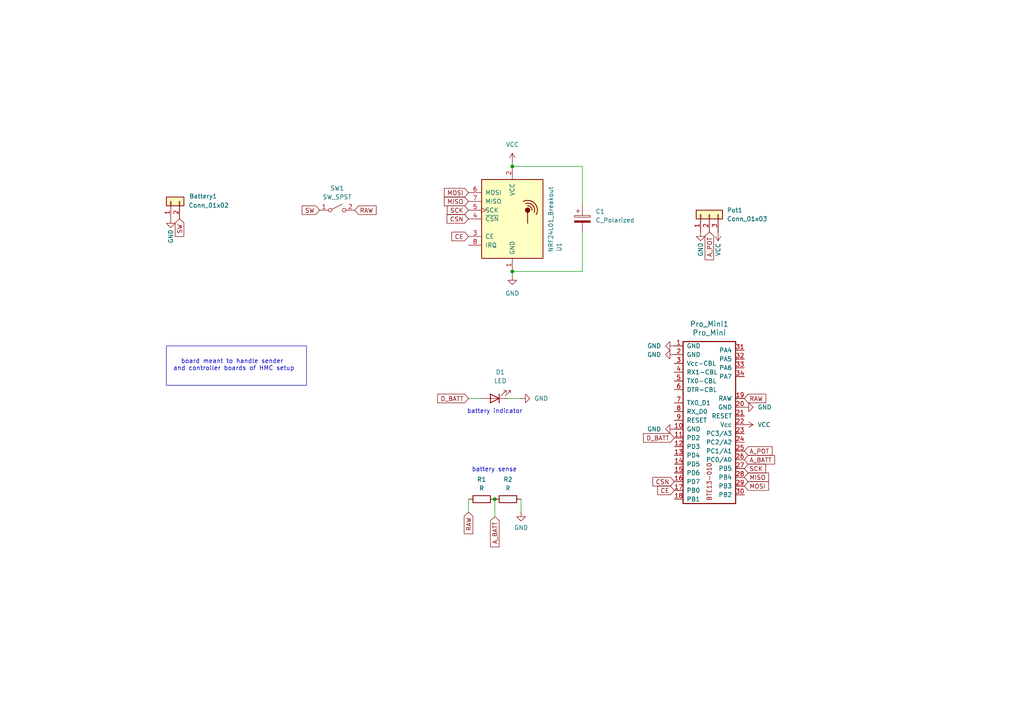
<source format=kicad_sch>
(kicad_sch (version 20231120) (generator "eeschema") (generator_version "8.0")
  (paper "A4")
  (lib_symbols
    (symbol "Connector_Generic:Conn_01x02" (pin_names (offset 1.016) hide)
      (property "Reference" "J" (at 0 2.54 0))
      (property "Value" "Conn_01x02" (at 0 -5.08 0))
      (symbol "Conn_01x02_1_1"
        (rectangle (start -1.27 -2.413) (end 0 -2.667) (stroke (width 0.1524)))
        (rectangle (start -1.27 0.127) (end 0 -0.127) (stroke (width 0.1524)))
        (rectangle (start -1.27 1.27) (end 1.27 -3.81) (stroke (width 0.254)) (fill (type background)))
        (pin passive line (at -5.08 0 0) (length 3.81) (name "Pin_1") (number "1"))
        (pin passive line (at -5.08 -2.54 0) (length 3.81) (name "Pin_2") (number "2"))
      )
    )
    (symbol "Connector_Generic:Conn_01x03" (pin_names (offset 1.016) hide)
      (property "Reference" "J" (at 0 5.08 0))
      (property "Value" "Conn_01x03" (at 0 -5.08 0))
      (symbol "Conn_01x03_1_1"
        (rectangle (start -1.27 -2.413) (end 0 -2.667) (stroke (width 0.1524)))
        (rectangle (start -1.27 0.127) (end 0 -0.127) (stroke (width 0.1524)))
        (rectangle (start -1.27 2.667) (end 0 2.413) (stroke (width 0.1524)))
        (rectangle (start -1.27 3.81) (end 1.27 -3.81) (stroke (width 0.254)) (fill (type background)))
        (pin passive line (at -5.08 2.54 0) (length 3.81) (name "Pin_1") (number "1"))
        (pin passive line (at -5.08 0 0) (length 3.81) (name "Pin_2") (number "2"))
        (pin passive line (at -5.08 -2.54 0) (length 3.81) (name "Pin_3") (number "3"))
      )
    )
    (symbol "Device:C_Polarized" (pin_numbers hide) (pin_names (offset 0.254))
      (property "Reference" "C" (at 0.635 2.54 0))
      (property "Value" "C_Polarized" (at 0.635 -2.54 0))
      (symbol "C_Polarized_0_1"
        (rectangle (start -2.286 0.508) (end 2.286 1.016))
        (polyline (pts (xy -1.778 2.286) (xy -0.762 2.286)))
        (polyline (pts (xy -1.27 2.794) (xy -1.27 1.778)))
        (rectangle (start 2.286 -0.508) (end -2.286 -1.016) (fill (type outline)))
      )
      (symbol "C_Polarized_1_1"
        (pin passive line (at 0 3.81 270) (length 2.794) (name "~") (number "1"))
        (pin passive line (at 0 -3.81 90) (length 2.794) (name "~") (number "2"))
      )
    )
    (symbol "Device:LED" (pin_numbers hide) (pin_names (offset 1.016) hide)
      (property "Reference" "D" (at 0 2.54 0))
      (property "Value" "LED" (at 0 -2.54 0))
      (symbol "LED_0_1"
        (polyline (pts (xy -1.27 -1.27) (xy -1.27 1.27)) (stroke (width 0.254)))
        (polyline (pts (xy -1.27 0) (xy 1.27 0)))
        (polyline (pts (xy 1.27 -1.27) (xy 1.27 1.27) (xy -1.27 0) (xy 1.27 -1.27)) (stroke (width 0.254)))
        (polyline (pts (xy -3.048 -0.762) (xy -4.572 -2.286) (xy -3.81 -2.286) (xy -4.572 -2.286) (xy -4.572 -1.524)))
        (polyline (pts (xy -1.778 -0.762) (xy -3.302 -2.286) (xy -2.54 -2.286) (xy -3.302 -2.286) (xy -3.302 -1.524)))
      )
      (symbol "LED_1_1"
        (pin passive line (at -3.81 0 0) (length 2.54) (name "K") (number "1"))
        (pin passive line (at 3.81 0 180) (length 2.54) (name "A") (number "2"))
      )
    )
    (symbol "Device:R" (pin_numbers hide) (pin_names (offset 0))
      (property "Reference" "R" (at 2.032 0 90))
      (property "Value" "R" (at 0 0 90))
      (symbol "R_0_1"
        (rectangle (start -1.016 -2.54) (end 1.016 2.54) (stroke (width 0.254)))
      )
      (symbol "R_1_1"
        (pin passive line (at 0 3.81 270) (length 1.27) (name "~") (number "1"))
        (pin passive line (at 0 -3.81 90) (length 1.27) (name "~") (number "2"))
      )
    )
    (symbol "RF:NRF24L01_Breakout" (pin_names (offset 1.016))
      (property "Reference" "U" (at -8.89 12.7 0))
      (property "Value" "NRF24L01_Breakout" (at 3.81 12.7 0))
      (symbol "NRF24L01_Breakout_0_1"
        (rectangle (start -8.89 11.43) (end 8.89 -11.43) (stroke (width 0.254)) (fill (type background)))
        (polyline (pts (xy 4.445 1.905) (xy 4.445 -1.27)) (stroke (width 0.254)))
        (circle (center 4.445 2.54) (radius 0.635) (stroke (width 0.254)) (fill (type outline)))
        (arc (start 5.715 2.54) (mid 5.3521 3.4546) (end 4.445 3.81) (stroke (width 0.254)))
        (arc (start 6.35 1.905) (mid 5.8763 3.9854) (end 3.81 4.445) (stroke (width 0.254)))
        (arc (start 6.985 1.27) (mid 6.453 4.548) (end 3.175 5.08) (stroke (width 0.254)))
      )
      (symbol "NRF24L01_Breakout_1_1"
        (pin power_in line (at 0 -15.24 90) (length 3.81) (name "GND") (number "1"))
        (pin power_in line (at 0 15.24 270) (length 3.81) (name "VCC") (number "2"))
        (pin input line (at -12.7 -5.08 0) (length 3.81) (name "CE") (number "3"))
        (pin input line (at -12.7 0 0) (length 3.81) (name "~{CSN}") (number "4"))
        (pin input clock (at -12.7 2.54 0) (length 3.81) (name "SCK") (number "5"))
        (pin input line (at -12.7 7.62 0) (length 3.81) (name "MOSI") (number "6"))
        (pin output line (at -12.7 5.08 0) (length 3.81) (name "MISO") (number "7"))
        (pin output line (at -12.7 -7.62 0) (length 3.81) (name "IRQ") (number "8"))
      )
    )
    (symbol "Switch:SW_SPST" (pin_names (offset 0) hide)
      (property "Reference" "SW" (at 0 3.175 0))
      (property "Value" "SW_SPST" (at 0 -2.54 0))
      (symbol "SW_SPST_0_0"
        (circle (center -2.032 0) (radius 0.508))
        (polyline (pts (xy -1.524 0.254) (xy 1.524 1.778)))
        (circle (center 2.032 0) (radius 0.508))
      )
      (symbol "SW_SPST_1_1"
        (pin passive line (at -5.08 0 0) (length 2.54) (name "A") (number "1"))
        (pin passive line (at 5.08 0 180) (length 2.54) (name "B") (number "2"))
      )
    )
    (symbol "j_ProcessorBoards:Pro_Mini" (pin_names (offset 1.016))
      (property "Reference" "Pro_Mini" (at -12.7 -8.89 0))
      (property "Value" "Pro_Mini" (at -15.24 -58.42 0))
      (symbol "Pro_Mini_0_1"
        (rectangle (start -22.86 -10.16) (end -7.62 -57.15) (stroke (width 0.3048)))
      )
      (symbol "Pro_Mini_1_0"
        (text "BTE13-010" (at -15.24 -50.8 900) (effects (font (size 1.27 1.27))))
      )
      (symbol "Pro_Mini_1_1"
        (pin input line (at -25.4 -11.43 0) (length 2.54) (name "GND") (number "1"))
        (pin input line (at -25.4 -35.56 0) (length 2.54) (name "GND") (number "10"))
        (pin bidirectional line (at -25.4 -38.1 0) (length 2.54) (name "PD2") (number "11"))
        (pin bidirectional line (at -25.4 -40.64 0) (length 2.54) (name "PD3") (number "12"))
        (pin bidirectional line (at -25.4 -43.18 0) (length 2.54) (name "PD4") (number "13"))
        (pin bidirectional line (at -25.4 -45.72 0) (length 2.54) (name "PD5") (number "14"))
        (pin bidirectional line (at -25.4 -48.26 0) (length 2.54) (name "PD6") (number "15"))
        (pin bidirectional line (at -25.4 -50.8 0) (length 2.54) (name "PD7") (number "16"))
        (pin bidirectional line (at -25.4 -53.34 0) (length 2.54) (name "PB0") (number "17"))
        (pin bidirectional line (at -25.4 -55.88 0) (length 2.54) (name "PB1") (number "18"))
        (pin input line (at -5.08 -26.67 180) (length 2.54) (name "RAW") (number "19"))
        (pin input line (at -25.4 -13.97 0) (length 2.54) (name "GND") (number "2"))
        (pin input line (at -5.08 -29.21 180) (length 2.54) (name "GND") (number "20"))
        (pin input line (at -5.08 -31.75 180) (length 2.54) (name "RESET") (number "21"))
        (pin input line (at -5.08 -34.29 180) (length 2.54) (name "Vcc") (number "22"))
        (pin bidirectional line (at -5.08 -36.83 180) (length 2.54) (name "PC3/A3") (number "23"))
        (pin bidirectional line (at -5.08 -39.37 180) (length 2.54) (name "PC2/A2") (number "24"))
        (pin bidirectional line (at -5.08 -41.91 180) (length 2.54) (name "PC1/A1") (number "25"))
        (pin bidirectional line (at -5.08 -44.45 180) (length 2.54) (name "PC0/A0") (number "26"))
        (pin bidirectional line (at -5.08 -46.99 180) (length 2.54) (name "PB5") (number "27"))
        (pin bidirectional line (at -5.08 -49.53 180) (length 2.54) (name "PB4") (number "28"))
        (pin bidirectional line (at -5.08 -52.07 180) (length 2.54) (name "PB3") (number "29"))
        (pin power_in line (at -25.4 -16.51 0) (length 2.54) (name "Vcc-CBL") (number "3"))
        (pin bidirectional line (at -5.08 -54.61 180) (length 2.54) (name "PB2") (number "30"))
        (pin bidirectional line (at -5.08 -12.7 180) (length 2.54) (name "PA4") (number "31"))
        (pin bidirectional line (at -5.08 -15.24 180) (length 2.54) (name "PA5") (number "32"))
        (pin bidirectional line (at -5.08 -17.78 180) (length 2.54) (name "PA6") (number "33"))
        (pin bidirectional line (at -5.08 -20.32 180) (length 2.54) (name "PA7") (number "34"))
        (pin bidirectional line (at -25.4 -19.05 0) (length 2.54) (name "RX1-CBL") (number "4"))
        (pin bidirectional line (at -25.4 -21.59 0) (length 2.54) (name "TX0-CBL") (number "5"))
        (pin bidirectional line (at -25.4 -24.13 0) (length 2.54) (name "DTR-CBL") (number "6"))
        (pin bidirectional line (at -25.4 -27.94 0) (length 2.54) (name "TX0_D1") (number "7"))
        (pin bidirectional line (at -25.4 -30.48 0) (length 2.54) (name "RX_D0") (number "8"))
        (pin input line (at -25.4 -33.02 0) (length 2.54) (name "RESET") (number "9"))
      )
    )
    (symbol "power:GND" (power) (pin_numbers hide) (pin_names (offset 0) hide)
      (property "Value" "GND" (at 0 -3.81 0))
      (symbol "GND_0_1"
        (polyline (pts (xy 0 0) (xy 0 -1.27) (xy 1.27 -1.27) (xy 0 -2.54) (xy -1.27 -1.27) (xy 0 -1.27)))
      )
      (symbol "GND_1_1"
        (pin power_in line (at 0 0 270) (length 0) (name "~") (number "1"))
      )
    )
    (symbol "power:VCC" (power) (pin_numbers hide) (pin_names (offset 0) hide)
      (property "Value" "VCC" (at 0 3.556 0))
      (symbol "VCC_0_1"
        (polyline (pts (xy -0.762 1.27) (xy 0 2.54)))
        (polyline (pts (xy 0 0) (xy 0 2.54)))
        (polyline (pts (xy 0 2.54) (xy 0.762 1.27)))
      )
      (symbol "VCC_1_1"
        (pin power_in line (at 0 0 90) (length 0) (name "~") (number "1"))
      )
    )
  )
  (junction (at 143.51 144.78))
  (junction (at 148.59 48.26))
  (junction (at 148.59 78.74))
  (wire (pts (xy 148.59 78.74) (xy 168.91 78.74)))
  (wire (pts (xy 151.13 115.57) (xy 147.32 115.57)))
  (wire (pts (xy 148.59 48.26) (xy 168.91 48.26)))
  (wire (pts (xy 148.59 80.01) (xy 148.59 78.74)))
  (wire (pts (xy 143.51 149.86) (xy 143.51 144.78)))
  (wire (pts (xy 135.89 115.57) (xy 139.7 115.57)))
  (wire (pts (xy 168.91 78.74) (xy 168.91 67.31)))
  (wire (pts (xy 151.13 148.59) (xy 151.13 144.78)))
  (wire (pts (xy 148.59 46.99) (xy 148.59 48.26)))
  (wire (pts (xy 168.91 48.26) (xy 168.91 59.69)))
  (wire (pts (xy 135.89 148.59) (xy 135.89 144.78)))
  (rectangle (start 48.26 100.33) (end 88.9 111.76))
  (text "board meant to handle sender \nand controller boards of HMC setup" (at 67.818 105.918 0) (effects (font (size 1.27 1.27))))
  (text "battery indicator" (at 143.51 119.38 0) (effects (font (size 1.27 1.27))))
  (text "battery sense" (at 143.383 136.271 0) (effects (font (size 1.27 1.27))))
  (global_label "D_BATT" (shape input) (at 195.58 127 180) (property "Intersheetrefs" "${INTERSHEET_REFS}" (effects (hide yes))))
  (global_label "MOSI" (shape input) (at 135.89 55.88 180) (property "Intersheetrefs" "${INTERSHEET_REFS}" (effects (hide yes))))
  (global_label "MISO" (shape input) (at 215.9 138.43 0) (property "Intersheetrefs" "${INTERSHEET_REFS}" (effects (hide yes))))
  (global_label "MOSI" (shape input) (at 215.9 140.97 0) (property "Intersheetrefs" "${INTERSHEET_REFS}" (effects (hide yes))))
  (global_label "RAW" (shape input) (at 102.87 60.96 0) (property "Intersheetrefs" "${INTERSHEET_REFS}" (effects (hide yes))))
  (global_label "A_BATT" (shape input) (at 215.9 133.35 0) (property "Intersheetrefs" "${INTERSHEET_REFS}" (effects (hide yes))))
  (global_label "SCK" (shape input) (at 135.89 60.96 180) (property "Intersheetrefs" "${INTERSHEET_REFS}" (effects (hide yes))))
  (global_label "A_POT" (shape input) (at 215.9 130.81 0) (property "Intersheetrefs" "${INTERSHEET_REFS}" (effects (hide yes))))
  (global_label "CE" (shape input) (at 195.58 142.24 180) (property "Intersheetrefs" "${INTERSHEET_REFS}" (effects (hide yes))))
  (global_label "D_BATT" (shape input) (at 135.89 115.57 180) (property "Intersheetrefs" "${INTERSHEET_REFS}" (effects (hide yes))))
  (global_label "RAW" (shape input) (at 135.89 148.59 270) (property "Intersheetrefs" "${INTERSHEET_REFS}" (effects (hide yes))))
  (global_label "CE" (shape input) (at 135.89 68.58 180) (property "Intersheetrefs" "${INTERSHEET_REFS}" (effects (hide yes))))
  (global_label "RAW" (shape input) (at 215.9 115.57 0) (property "Intersheetrefs" "${INTERSHEET_REFS}" (effects (hide yes))))
  (global_label "SCK" (shape input) (at 215.9 135.89 0) (property "Intersheetrefs" "${INTERSHEET_REFS}" (effects (hide yes))))
  (global_label "CSN" (shape input) (at 195.58 139.7 180) (property "Intersheetrefs" "${INTERSHEET_REFS}" (effects (hide yes))))
  (global_label "A_BATT" (shape input) (at 143.51 149.86 270) (property "Intersheetrefs" "${INTERSHEET_REFS}" (effects (hide yes))))
  (global_label "CSN" (shape input) (at 135.89 63.5 180) (property "Intersheetrefs" "${INTERSHEET_REFS}" (effects (hide yes))))
  (global_label "A_POT" (shape input) (at 205.74 67.31 270) (property "Intersheetrefs" "${INTERSHEET_REFS}" (effects (hide yes))))
  (global_label "MISO" (shape input) (at 135.89 58.42 180) (property "Intersheetrefs" "${INTERSHEET_REFS}" (effects (hide yes))))
  (global_label "SW" (shape input) (at 52.07 63.5 270) (property "Intersheetrefs" "${INTERSHEET_REFS}" (effects (hide yes))))
  (global_label "SW" (shape input) (at 92.71 60.96 180) (property "Intersheetrefs" "${INTERSHEET_REFS}" (effects (hide yes))))
  (symbol (lib_id "power:GND") (at 203.2 67.31 0) (unit 1)
    (property "Reference" "#PWR014" (effects (hide yes)))
    (property "Value" "GND" (at 203.2 72.39 90))
    (property "Description" "Power symbol creates a global label with name \"GND\" , ground" (effects (hide yes)))
  )
  (symbol (lib_id "power:GND") (at 151.13 148.59 0) (unit 1)
    (property "Reference" "#PWR010" (effects (hide yes)))
    (property "Value" "GND" (at 151.13 153.035 0))
    (property "Description" "Power symbol creates a global label with name \"GND\" , ground" (effects (hide yes)))
  )
  (symbol (lib_id "power:VCC") (at 215.9 123.19 270) (unit 1)
    (property "Reference" "#PWR08" (effects (hide yes)))
    (property "Value" "VCC" (at 219.71 123.1899 90) (effects (justify left)))
    (property "Description" "Power symbol creates a global label with name \"VCC\"" (effects (hide yes)))
  )
  (symbol (lib_id "power:VCC") (at 208.28 67.31 180) (unit 1)
    (property "Reference" "#PWR013" (effects (hide yes)))
    (property "Value" "VCC" (at 208.28 72.39 90))
    (property "Description" "Power symbol creates a global label with name \"VCC\"" (effects (hide yes)))
  )
  (symbol (lib_id "power:GND") (at 195.58 124.46 270) (unit 1)
    (property "Reference" "#PWR03" (effects (hide yes)))
    (property "Value" "GND" (at 191.77 124.4599 90) (effects (justify right)))
    (property "Description" "Power symbol creates a global label with name \"GND\" , ground" (effects (hide yes)))
  )
  (symbol (lib_id "Switch:SW_SPST") (at 97.79 60.96 0) (unit 1)
    (property "Reference" "SW1" (at 97.79 54.61 0))
    (property "Value" "SW_SPST" (at 97.79 57.15 0))
    (property "Footprint" "CustomFootprints:SW_SPSTx01_Taiss" (effects (hide yes)))
    (property "Description" "Single Pole Single Throw (SPST) switch" (effects (hide yes)))
  )
  (symbol (lib_id "power:GND") (at 195.58 102.87 270) (unit 1)
    (property "Reference" "#PWR02" (effects (hide yes)))
    (property "Value" "GND" (at 191.77 102.8699 90) (effects (justify right)))
    (property "Description" "Power symbol creates a global label with name \"GND\" , ground" (effects (hide yes)))
  )
  (symbol (lib_id "power:VCC") (at 148.59 46.99 0) (unit 1)
    (property "Reference" "#PWR06" (effects (hide yes)))
    (property "Value" "VCC" (at 148.59 41.91 0))
    (property "Description" "Power symbol creates a global label with name \"VCC\"" (effects (hide yes)))
  )
  (symbol (lib_id "power:GND") (at 49.53 63.5 0) (unit 1)
    (property "Reference" "#PWR012" (effects (hide yes)))
    (property "Value" "GND" (at 49.53 68.58 90))
    (property "Description" "Power symbol creates a global label with name \"GND\" , ground" (effects (hide yes)))
  )
  (symbol (lib_id "power:GND") (at 148.59 80.01 0) (unit 1)
    (property "Reference" "#PWR05" (effects (hide yes)))
    (property "Value" "GND" (at 148.59 85.09 0))
    (property "Description" "Power symbol creates a global label with name \"GND\" , ground" (effects (hide yes)))
  )
  (symbol (lib_id "Device:R") (at 147.32 144.78 90) (unit 1)
    (property "Reference" "R2" (at 147.32 139.065 90))
    (property "Value" "R" (at 147.32 141.605 90))
    (property "Footprint" "Resistor_THT:R_Axial_DIN0207_L6.3mm_D2.5mm_P10.16mm_Horizontal" (effects (hide yes)))
    (property "Description" "Resistor" (effects (hide yes)))
  )
  (symbol (lib_id "Device:LED") (at 143.51 115.57 180) (unit 1)
    (property "Reference" "D1" (at 145.0975 107.95 0))
    (property "Value" "LED" (at 145.0975 110.49 0))
    (property "Footprint" "LED_THT:LED_D5.0mm" (effects (hide yes)))
    (property "Description" "Light emitting diode" (effects (hide yes)))
  )
  (symbol (lib_id "power:GND") (at 215.9 118.11 90) (unit 1)
    (property "Reference" "#PWR04" (effects (hide yes)))
    (property "Value" "GND" (at 219.71 118.1099 90) (effects (justify right)))
    (property "Description" "Power symbol creates a global label with name \"GND\" , ground" (effects (hide yes)))
  )
  (symbol (lib_id "Connector_Generic:Conn_01x02") (at 49.53 58.42 90) (unit 1)
    (property "Reference" "Battery1" (at 62.992 56.896 90) (effects (justify left)))
    (property "Value" "Conn_01x02" (at 66.421 59.5631 90) (effects (justify left)))
    (property "Footprint" "Connector_PinHeader_2.54mm:PinHeader_1x02_P2.54mm_Vertical" (effects (hide yes)))
    (property "Description" "Generic connector, single row, 01x02, script generated (kicad-library-utils/schlib/autogen/connector/)" (effects (hide yes)))
  )
  (symbol (lib_id "j_ProcessorBoards:Pro_Mini") (at 220.98 88.9 0) (unit 1)
    (property "Reference" "Pro_Mini1" (at 205.74 93.98 0) (effects (font (size 1.524 1.524))))
    (property "Value" "Pro_Mini" (at 205.74 96.52 0) (effects (font (size 1.524 1.524))))
    (property "Footprint" "Pro_Mini:Pro_Mini_Universal" (effects (hide yes)))
    (property "Description" "BTE13 board.  Pin numbers:  top 1 to 6,  down left 7 - 18,  down right 19 to ...." (effects (hide yes)))
  )
  (symbol (lib_id "power:GND") (at 151.13 115.57 90) (unit 1)
    (property "Reference" "#PWR011" (effects (hide yes)))
    (property "Value" "GND" (at 154.94 115.5699 90) (effects (justify right)))
    (property "Description" "Power symbol creates a global label with name \"GND\" , ground" (effects (hide yes)))
  )
  (symbol (lib_id "power:GND") (at 195.58 100.33 270) (unit 1)
    (property "Reference" "#PWR01" (effects (hide yes)))
    (property "Value" "GND" (at 191.77 100.3299 90) (effects (justify right)))
    (property "Description" "Power symbol creates a global label with name \"GND\" , ground" (effects (hide yes)))
  )
  (symbol (lib_id "RF:NRF24L01_Breakout") (at 148.59 63.5 0) (unit 1)
    (property "Reference" "U1" (at 162.1791 73.025 90) (effects (justify left)))
    (property "Value" "NRF24L01_Breakout" (at 159.766 73.152 90) (effects (justify left)))
    (property "Footprint" "RF_Module:nRF24L01_Breakout" (effects (hide yes)))
    (property "Datasheet" "http://www.nordicsemi.com/eng/content/download/2730/34105/file/nRF24L01_Product_Specification_v2_0.pdf" (effects (hide yes)))
    (property "Description" "Ultra low power 2.4GHz RF Transceiver, Carrier PCB" (effects (hide yes)))
  )
  (symbol (lib_id "Device:C_Polarized") (at 168.91 63.5 0) (unit 1)
    (property "Reference" "C1" (at 172.72 61.3409 0) (effects (justify left)))
    (property "Value" "C_Polarized" (at 172.72 63.8809 0) (effects (justify left)))
    (property "Footprint" "Capacitor_THT:C_Radial_D5.0mm_H11.0mm_P2.00mm" (effects (hide yes)))
    (property "Description" "Polarized capacitor" (effects (hide yes)))
  )
  (symbol (lib_id "Connector_Generic:Conn_01x03") (at 205.74 62.23 90) (unit 1)
    (property "Reference" "Pot1" (at 210.82 60.9599 90) (effects (justify right)))
    (property "Value" "Conn_01x03" (at 210.82 63.4999 90) (effects (justify right)))
    (property "Footprint" "Connector_PinHeader_2.54mm:PinHeader_1x03_P2.54mm_Vertical" (effects (hide yes)))
    (property "Description" "Generic connector, single row, 01x03, script generated (kicad-library-utils/schlib/autogen/connector/)" (effects (hide yes)))
  )
  (symbol (lib_id "Device:R") (at 139.7 144.78 90) (unit 1)
    (property "Reference" "R1" (at 139.7 139.065 90))
    (property "Value" "R" (at 139.7 141.605 90))
    (property "Footprint" "Resistor_THT:R_Axial_DIN0207_L6.3mm_D2.5mm_P10.16mm_Horizontal" (effects (hide yes)))
    (property "Description" "Resistor" (effects (hide yes)))
  )
)
</source>
